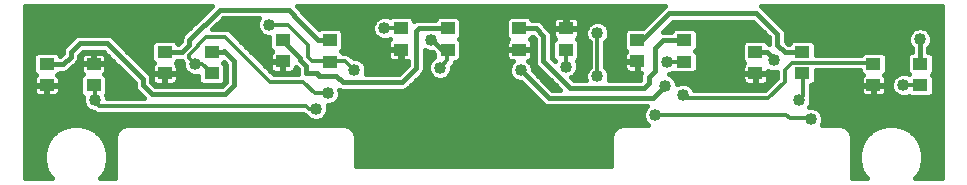
<source format=gbl>
G75*
%MOIN*%
%OFA0B0*%
%FSLAX25Y25*%
%IPPOS*%
%LPD*%
%AMOC8*
5,1,8,0,0,1.08239X$1,22.5*
%
%ADD10R,0.05000X0.03937*%
%ADD11C,0.01600*%
%ADD12C,0.04000*%
%ADD13C,0.04356*%
%ADD14C,0.01200*%
D10*
X0029300Y0037587D03*
X0013670Y0037627D03*
X0013670Y0044713D03*
X0029300Y0044713D03*
X0053040Y0041564D03*
X0068670Y0041524D03*
X0092410Y0045501D03*
X0108040Y0045461D03*
X0131780Y0049438D03*
X0147410Y0049398D03*
X0171150Y0049438D03*
X0186780Y0049398D03*
X0210520Y0052587D03*
X0226150Y0052587D03*
X0249891Y0048650D03*
X0265520Y0048650D03*
X0289261Y0044713D03*
X0304891Y0044713D03*
X0289261Y0037627D03*
X0304891Y0037587D03*
X0265520Y0041524D03*
X0249891Y0041564D03*
X0226150Y0045461D03*
X0210520Y0045501D03*
X0186780Y0056524D03*
X0171150Y0056524D03*
X0147410Y0056524D03*
X0131780Y0056524D03*
X0108040Y0052587D03*
X0092410Y0052587D03*
X0068670Y0048650D03*
X0053040Y0048650D03*
D11*
X0006600Y0063929D02*
X0006600Y0006600D01*
X0015325Y0006600D01*
X0014887Y0007038D01*
X0013478Y0009479D01*
X0012748Y0012202D01*
X0012748Y0015020D01*
X0013478Y0017743D01*
X0014887Y0020184D01*
X0016880Y0022178D01*
X0019321Y0023587D01*
X0022044Y0024317D01*
X0024863Y0024317D01*
X0027586Y0023587D01*
X0030027Y0022178D01*
X0032020Y0020184D01*
X0033429Y0017743D01*
X0034159Y0015020D01*
X0034159Y0012202D01*
X0033429Y0009479D01*
X0032020Y0007038D01*
X0031582Y0006600D01*
X0036370Y0006600D01*
X0036370Y0020471D01*
X0037101Y0022236D01*
X0038451Y0023586D01*
X0040215Y0024317D01*
X0112991Y0024317D01*
X0114755Y0023586D01*
X0116105Y0022236D01*
X0116836Y0020471D01*
X0116836Y0010537D01*
X0201724Y0010537D01*
X0201724Y0020471D01*
X0202455Y0022236D01*
X0203805Y0023586D01*
X0205570Y0024317D01*
X0214237Y0024317D01*
X0213208Y0025345D01*
X0212599Y0026815D01*
X0212599Y0028407D01*
X0213208Y0029877D01*
X0213827Y0030496D01*
X0180538Y0030496D01*
X0179509Y0030922D01*
X0171821Y0038611D01*
X0170985Y0038611D01*
X0169514Y0039220D01*
X0168389Y0040345D01*
X0167780Y0041815D01*
X0167780Y0043407D01*
X0168389Y0044877D01*
X0169182Y0045669D01*
X0168413Y0045669D01*
X0167956Y0045792D01*
X0167545Y0046029D01*
X0167210Y0046364D01*
X0166973Y0046775D01*
X0166850Y0047232D01*
X0166850Y0049254D01*
X0170966Y0049254D01*
X0170966Y0049622D01*
X0166850Y0049622D01*
X0166850Y0051643D01*
X0166973Y0052101D01*
X0167210Y0052512D01*
X0167538Y0052840D01*
X0166650Y0053727D01*
X0166650Y0059321D01*
X0167822Y0060493D01*
X0174479Y0060493D01*
X0175561Y0059411D01*
X0177337Y0059411D01*
X0178366Y0058985D01*
X0180866Y0056485D01*
X0181654Y0055697D01*
X0182080Y0054668D01*
X0182080Y0046771D01*
X0183205Y0045646D01*
X0183214Y0045667D01*
X0182280Y0046601D01*
X0182280Y0052195D01*
X0183191Y0053106D01*
X0183175Y0053116D01*
X0182840Y0053451D01*
X0182603Y0053861D01*
X0182480Y0054319D01*
X0182480Y0056340D01*
X0186596Y0056340D01*
X0186596Y0056709D01*
X0186596Y0060293D01*
X0184043Y0060293D01*
X0183586Y0060170D01*
X0183175Y0059933D01*
X0182840Y0059598D01*
X0182603Y0059188D01*
X0182480Y0058730D01*
X0182480Y0056709D01*
X0186596Y0056709D01*
X0186965Y0056709D01*
X0191080Y0056709D01*
X0191080Y0058730D01*
X0190958Y0059188D01*
X0190721Y0059598D01*
X0190386Y0059933D01*
X0189975Y0060170D01*
X0189517Y0060293D01*
X0186965Y0060293D01*
X0186965Y0056709D01*
X0186965Y0056340D01*
X0191080Y0056340D01*
X0191080Y0054319D01*
X0190958Y0053861D01*
X0190721Y0053451D01*
X0190386Y0053116D01*
X0190369Y0053106D01*
X0191280Y0052195D01*
X0191280Y0046601D01*
X0190346Y0045667D01*
X0190780Y0044619D01*
X0190780Y0043028D01*
X0190171Y0041558D01*
X0189046Y0040433D01*
X0188602Y0040249D01*
X0189440Y0039411D01*
X0193448Y0039411D01*
X0193280Y0039815D01*
X0193280Y0041407D01*
X0193889Y0042877D01*
X0194680Y0043668D01*
X0194680Y0051916D01*
X0193889Y0052707D01*
X0193280Y0054178D01*
X0193280Y0055769D01*
X0193889Y0057239D01*
X0195014Y0058364D01*
X0196485Y0058973D01*
X0198076Y0058973D01*
X0199546Y0058364D01*
X0200671Y0057239D01*
X0201280Y0055769D01*
X0201280Y0054178D01*
X0200671Y0052707D01*
X0199880Y0051916D01*
X0199880Y0043668D01*
X0200671Y0042877D01*
X0201280Y0041407D01*
X0201280Y0039815D01*
X0201113Y0039411D01*
X0211598Y0039411D01*
X0211598Y0040940D01*
X0211927Y0041732D01*
X0210705Y0041732D01*
X0210705Y0045316D01*
X0210336Y0045316D01*
X0210336Y0041732D01*
X0207783Y0041732D01*
X0207326Y0041855D01*
X0206915Y0042092D01*
X0206580Y0042427D01*
X0206343Y0042838D01*
X0206220Y0043295D01*
X0206220Y0045317D01*
X0210336Y0045317D01*
X0210336Y0045685D01*
X0206220Y0045685D01*
X0206220Y0047706D01*
X0206343Y0048164D01*
X0206580Y0048575D01*
X0206908Y0048903D01*
X0206020Y0049790D01*
X0206020Y0055384D01*
X0207192Y0056556D01*
X0212297Y0056556D01*
X0219670Y0063929D01*
X0097174Y0063929D01*
X0097866Y0063237D01*
X0098654Y0062449D01*
X0098832Y0062019D01*
X0104503Y0056348D01*
X0104712Y0056556D01*
X0111369Y0056556D01*
X0112540Y0055384D01*
X0112540Y0049790D01*
X0111774Y0049024D01*
X0112540Y0048258D01*
X0112540Y0048211D01*
X0113797Y0048211D01*
X0114753Y0047815D01*
X0115957Y0046611D01*
X0117076Y0046611D01*
X0118546Y0046002D01*
X0119671Y0044877D01*
X0120280Y0043407D01*
X0120280Y0041815D01*
X0120113Y0041411D01*
X0131121Y0041411D01*
X0134039Y0044330D01*
X0134039Y0045669D01*
X0131965Y0045669D01*
X0131965Y0049253D01*
X0131596Y0049253D01*
X0131596Y0045669D01*
X0129043Y0045669D01*
X0128586Y0045792D01*
X0128175Y0046029D01*
X0127840Y0046364D01*
X0127603Y0046775D01*
X0127480Y0047232D01*
X0127480Y0049254D01*
X0131596Y0049254D01*
X0131596Y0049622D01*
X0127480Y0049622D01*
X0127480Y0051643D01*
X0127603Y0052101D01*
X0127840Y0052512D01*
X0128168Y0052840D01*
X0128010Y0052998D01*
X0127076Y0052611D01*
X0125485Y0052611D01*
X0124014Y0053220D01*
X0122889Y0054345D01*
X0122280Y0055815D01*
X0122280Y0057407D01*
X0122889Y0058877D01*
X0124014Y0060002D01*
X0125485Y0060611D01*
X0127076Y0060611D01*
X0128132Y0060173D01*
X0128452Y0060493D01*
X0135109Y0060493D01*
X0136280Y0059321D01*
X0136280Y0059048D01*
X0137156Y0059411D01*
X0143000Y0059411D01*
X0144082Y0060493D01*
X0150739Y0060493D01*
X0151910Y0059321D01*
X0151910Y0053727D01*
X0151144Y0052961D01*
X0151910Y0052195D01*
X0151910Y0046601D01*
X0150739Y0045430D01*
X0149880Y0045430D01*
X0149880Y0045413D01*
X0149484Y0044457D01*
X0148780Y0043753D01*
X0148780Y0042634D01*
X0148171Y0041164D01*
X0147046Y0040039D01*
X0145576Y0039430D01*
X0143985Y0039430D01*
X0142514Y0040039D01*
X0141389Y0041164D01*
X0140780Y0042634D01*
X0140780Y0044226D01*
X0141389Y0045696D01*
X0142514Y0046821D01*
X0142910Y0046985D01*
X0142910Y0048021D01*
X0142321Y0048611D01*
X0141091Y0048611D01*
X0139639Y0049212D01*
X0139639Y0042613D01*
X0139213Y0041584D01*
X0138425Y0040796D01*
X0138425Y0040796D01*
X0134654Y0037025D01*
X0134654Y0037025D01*
X0133866Y0036237D01*
X0132837Y0035811D01*
X0111873Y0035811D01*
X0111174Y0036101D01*
X0111355Y0035663D01*
X0111355Y0034071D01*
X0110746Y0032601D01*
X0109621Y0031476D01*
X0108151Y0030867D01*
X0107346Y0030867D01*
X0107461Y0030588D01*
X0107461Y0028996D01*
X0106852Y0027526D01*
X0105727Y0026401D01*
X0104257Y0025792D01*
X0102666Y0025792D01*
X0101196Y0026401D01*
X0100279Y0027318D01*
X0099626Y0027588D01*
X0099203Y0028011D01*
X0030763Y0028011D01*
X0029808Y0028407D01*
X0029603Y0028611D01*
X0028985Y0028611D01*
X0027514Y0029220D01*
X0026389Y0030345D01*
X0025780Y0031815D01*
X0025780Y0033407D01*
X0025898Y0033692D01*
X0024800Y0034790D01*
X0024800Y0040384D01*
X0025711Y0041295D01*
X0025695Y0041305D01*
X0025360Y0041640D01*
X0025123Y0042050D01*
X0025000Y0042508D01*
X0025000Y0044529D01*
X0029116Y0044529D01*
X0029116Y0044898D01*
X0029116Y0048482D01*
X0026563Y0048482D01*
X0026105Y0048359D01*
X0025695Y0048122D01*
X0025360Y0047787D01*
X0025123Y0047377D01*
X0025000Y0046919D01*
X0025000Y0044898D01*
X0029116Y0044898D01*
X0029484Y0044898D01*
X0029484Y0048482D01*
X0032037Y0048482D01*
X0032495Y0048359D01*
X0032905Y0048122D01*
X0033240Y0047787D01*
X0033477Y0047377D01*
X0033600Y0046919D01*
X0033600Y0044898D01*
X0029484Y0044898D01*
X0029484Y0044529D01*
X0033600Y0044529D01*
X0033600Y0042508D01*
X0033477Y0042050D01*
X0033240Y0041640D01*
X0032905Y0041305D01*
X0032889Y0041295D01*
X0033800Y0040384D01*
X0033800Y0034790D01*
X0033381Y0034371D01*
X0033780Y0033407D01*
X0033780Y0033211D01*
X0046221Y0033211D01*
X0043407Y0036025D01*
X0042980Y0037054D01*
X0042980Y0038451D01*
X0032621Y0048811D01*
X0025940Y0048811D01*
X0024580Y0047451D01*
X0024580Y0046554D01*
X0024154Y0045525D01*
X0023366Y0044737D01*
X0020866Y0042237D01*
X0019837Y0041811D01*
X0018065Y0041811D01*
X0017282Y0041029D01*
X0017610Y0040700D01*
X0017847Y0040290D01*
X0017970Y0039832D01*
X0017970Y0037811D01*
X0013854Y0037811D01*
X0013854Y0037442D01*
X0013854Y0033858D01*
X0016407Y0033858D01*
X0016865Y0033981D01*
X0017275Y0034218D01*
X0017610Y0034553D01*
X0017847Y0034963D01*
X0017970Y0035421D01*
X0017970Y0037442D01*
X0013854Y0037442D01*
X0013486Y0037442D01*
X0013486Y0033858D01*
X0010933Y0033858D01*
X0010475Y0033981D01*
X0010065Y0034218D01*
X0009730Y0034553D01*
X0009493Y0034963D01*
X0009370Y0035421D01*
X0009370Y0037442D01*
X0013486Y0037442D01*
X0013486Y0037811D01*
X0009370Y0037811D01*
X0009370Y0039832D01*
X0009493Y0040290D01*
X0009730Y0040700D01*
X0010058Y0041029D01*
X0009170Y0041916D01*
X0009170Y0047510D01*
X0010342Y0048682D01*
X0016998Y0048682D01*
X0018170Y0047510D01*
X0018170Y0047461D01*
X0018980Y0048271D01*
X0018980Y0049168D01*
X0019407Y0050197D01*
X0022407Y0053197D01*
X0023194Y0053985D01*
X0024223Y0054411D01*
X0034337Y0054411D01*
X0035366Y0053985D01*
X0047366Y0041985D01*
X0048154Y0041197D01*
X0048580Y0040168D01*
X0048580Y0038771D01*
X0049940Y0037411D01*
X0072121Y0037411D01*
X0073480Y0038771D01*
X0073480Y0044451D01*
X0072624Y0045307D01*
X0072404Y0045087D01*
X0073170Y0044321D01*
X0073170Y0038727D01*
X0071998Y0037556D01*
X0065342Y0037556D01*
X0064170Y0038727D01*
X0064170Y0040619D01*
X0064076Y0040580D01*
X0062485Y0040580D01*
X0061014Y0041188D01*
X0059889Y0042314D01*
X0059280Y0043784D01*
X0059280Y0044903D01*
X0059076Y0045107D01*
X0058784Y0045811D01*
X0057498Y0045811D01*
X0056652Y0044966D01*
X0056981Y0044637D01*
X0057217Y0044227D01*
X0057340Y0043769D01*
X0057340Y0041748D01*
X0053224Y0041748D01*
X0053224Y0041380D01*
X0057340Y0041380D01*
X0057340Y0039358D01*
X0057217Y0038900D01*
X0056981Y0038490D01*
X0056645Y0038155D01*
X0056235Y0037918D01*
X0055777Y0037795D01*
X0053224Y0037795D01*
X0053224Y0041379D01*
X0052856Y0041379D01*
X0052856Y0037795D01*
X0050303Y0037795D01*
X0049845Y0037918D01*
X0049435Y0038155D01*
X0049100Y0038490D01*
X0048863Y0038900D01*
X0048740Y0039358D01*
X0048740Y0041380D01*
X0052856Y0041380D01*
X0052856Y0041748D01*
X0048740Y0041748D01*
X0048740Y0043769D01*
X0048863Y0044227D01*
X0049100Y0044637D01*
X0049428Y0044966D01*
X0048540Y0045853D01*
X0048540Y0051447D01*
X0049712Y0052619D01*
X0056369Y0052619D01*
X0057540Y0051447D01*
X0057540Y0051411D01*
X0057621Y0051411D01*
X0058480Y0052271D01*
X0058480Y0053168D01*
X0058907Y0054197D01*
X0068639Y0063929D01*
X0006600Y0063929D01*
X0006600Y0063165D02*
X0067874Y0063165D01*
X0071493Y0062824D02*
X0061280Y0052611D01*
X0061280Y0051111D01*
X0058780Y0048611D01*
X0053280Y0048611D01*
X0053040Y0048650D01*
X0048540Y0048778D02*
X0040573Y0048778D01*
X0042171Y0047180D02*
X0048540Y0047180D01*
X0048812Y0045581D02*
X0043770Y0045581D01*
X0045368Y0043983D02*
X0048797Y0043983D01*
X0048740Y0042384D02*
X0046967Y0042384D01*
X0048324Y0040786D02*
X0048740Y0040786D01*
X0048786Y0039187D02*
X0048580Y0039187D01*
X0045780Y0039611D02*
X0045780Y0037611D01*
X0048780Y0034611D01*
X0073280Y0034611D01*
X0076280Y0037611D01*
X0076280Y0045611D01*
X0072780Y0049111D01*
X0072280Y0048611D01*
X0068780Y0048611D01*
X0068670Y0048650D01*
X0058880Y0045581D02*
X0057268Y0045581D01*
X0057283Y0043983D02*
X0059280Y0043983D01*
X0059860Y0042384D02*
X0057340Y0042384D01*
X0057340Y0040786D02*
X0061987Y0040786D01*
X0064170Y0039187D02*
X0057294Y0039187D01*
X0053224Y0039187D02*
X0052856Y0039187D01*
X0052856Y0040786D02*
X0053224Y0040786D01*
X0045780Y0039611D02*
X0033780Y0051611D01*
X0024780Y0051611D01*
X0021780Y0048611D01*
X0021780Y0047111D01*
X0019280Y0044611D01*
X0013780Y0044611D01*
X0013670Y0044713D01*
X0009170Y0043983D02*
X0006600Y0043983D01*
X0006600Y0042384D02*
X0009170Y0042384D01*
X0009815Y0040786D02*
X0006600Y0040786D01*
X0006600Y0039187D02*
X0009370Y0039187D01*
X0006600Y0037589D02*
X0013486Y0037589D01*
X0013854Y0037589D02*
X0024800Y0037589D01*
X0024800Y0035990D02*
X0017970Y0035990D01*
X0013854Y0035990D02*
X0013486Y0035990D01*
X0013486Y0034392D02*
X0013854Y0034392D01*
X0017449Y0034392D02*
X0025199Y0034392D01*
X0025780Y0032793D02*
X0006600Y0032793D01*
X0006600Y0034392D02*
X0009891Y0034392D01*
X0009370Y0035990D02*
X0006600Y0035990D01*
X0017970Y0039187D02*
X0024800Y0039187D01*
X0025201Y0040786D02*
X0017525Y0040786D01*
X0021013Y0042384D02*
X0025033Y0042384D01*
X0025000Y0043983D02*
X0022612Y0043983D01*
X0024177Y0045581D02*
X0025000Y0045581D01*
X0029116Y0045581D02*
X0029484Y0045581D01*
X0029484Y0047180D02*
X0029116Y0047180D01*
X0025070Y0047180D02*
X0024580Y0047180D01*
X0025907Y0048778D02*
X0032653Y0048778D01*
X0033530Y0047180D02*
X0034252Y0047180D01*
X0033600Y0045581D02*
X0035850Y0045581D01*
X0037449Y0043983D02*
X0033600Y0043983D01*
X0033567Y0042384D02*
X0039047Y0042384D01*
X0040646Y0040786D02*
X0033399Y0040786D01*
X0033800Y0039187D02*
X0042244Y0039187D01*
X0042980Y0037589D02*
X0033800Y0037589D01*
X0033800Y0035990D02*
X0043441Y0035990D01*
X0045040Y0034392D02*
X0033401Y0034392D01*
X0026037Y0031195D02*
X0006600Y0031195D01*
X0006600Y0029596D02*
X0027138Y0029596D01*
X0006600Y0027998D02*
X0099217Y0027998D01*
X0101200Y0026399D02*
X0006600Y0026399D01*
X0006600Y0024801D02*
X0213753Y0024801D01*
X0212772Y0026399D02*
X0105722Y0026399D01*
X0107048Y0027998D02*
X0212599Y0027998D01*
X0213092Y0029596D02*
X0107461Y0029596D01*
X0108942Y0031195D02*
X0179237Y0031195D01*
X0177638Y0032793D02*
X0110826Y0032793D01*
X0111355Y0034392D02*
X0176040Y0034392D01*
X0174441Y0035990D02*
X0133270Y0035990D01*
X0135218Y0037589D02*
X0172843Y0037589D01*
X0180762Y0037589D02*
X0183343Y0037589D01*
X0182255Y0036096D02*
X0184835Y0036096D01*
X0176907Y0044025D01*
X0176480Y0045054D01*
X0176480Y0052951D01*
X0175650Y0053781D01*
X0175650Y0053727D01*
X0174763Y0052840D01*
X0175091Y0052512D01*
X0175328Y0052101D01*
X0175450Y0051643D01*
X0175450Y0049622D01*
X0171335Y0049622D01*
X0171335Y0049254D01*
X0175450Y0049254D01*
X0175450Y0047232D01*
X0175328Y0046775D01*
X0175091Y0046364D01*
X0174756Y0046029D01*
X0174345Y0045792D01*
X0174275Y0045773D01*
X0175171Y0044877D01*
X0175780Y0043407D01*
X0175780Y0042571D01*
X0182255Y0036096D01*
X0188280Y0036611D02*
X0212780Y0036611D01*
X0214398Y0038229D01*
X0214398Y0040383D01*
X0216367Y0042351D01*
X0216367Y0049831D01*
X0219146Y0052611D01*
X0225780Y0052611D01*
X0226150Y0052587D01*
X0230650Y0051975D02*
X0245919Y0051975D01*
X0245391Y0051447D02*
X0245391Y0045853D01*
X0246278Y0044966D01*
X0245950Y0044637D01*
X0245713Y0044227D01*
X0245591Y0043769D01*
X0245591Y0041748D01*
X0249706Y0041748D01*
X0249706Y0041380D01*
X0245591Y0041380D01*
X0245591Y0039358D01*
X0245713Y0038900D01*
X0245950Y0038490D01*
X0246285Y0038155D01*
X0246696Y0037918D01*
X0247154Y0037795D01*
X0249706Y0037795D01*
X0249706Y0041379D01*
X0250075Y0041379D01*
X0250075Y0037795D01*
X0252628Y0037795D01*
X0253085Y0037918D01*
X0253496Y0038155D01*
X0253831Y0038490D01*
X0254068Y0038900D01*
X0254191Y0039358D01*
X0254191Y0041380D01*
X0250075Y0041380D01*
X0250075Y0041748D01*
X0254191Y0041748D01*
X0254191Y0042378D01*
X0255272Y0041930D01*
X0256863Y0041930D01*
X0257074Y0042017D01*
X0257074Y0039885D01*
X0253085Y0035896D01*
X0229596Y0035896D01*
X0229278Y0036664D01*
X0228152Y0037789D01*
X0226682Y0038398D01*
X0225091Y0038398D01*
X0223887Y0037900D01*
X0223887Y0038269D01*
X0223278Y0039739D01*
X0222152Y0040864D01*
X0221241Y0041242D01*
X0222537Y0041778D01*
X0222822Y0041493D01*
X0229479Y0041493D01*
X0230650Y0042664D01*
X0230650Y0048258D01*
X0229884Y0049024D01*
X0230650Y0049790D01*
X0230650Y0055384D01*
X0229479Y0056556D01*
X0222822Y0056556D01*
X0221677Y0055411D01*
X0219072Y0055411D01*
X0222440Y0058780D01*
X0249121Y0058780D01*
X0254480Y0053420D01*
X0254480Y0051352D01*
X0254391Y0051389D01*
X0254391Y0051447D01*
X0253219Y0052619D01*
X0246562Y0052619D01*
X0245391Y0051447D01*
X0245391Y0050377D02*
X0230650Y0050377D01*
X0230130Y0048778D02*
X0245391Y0048778D01*
X0249891Y0048650D02*
X0250280Y0048611D01*
X0253780Y0048611D01*
X0256068Y0046324D01*
X0256068Y0045930D01*
X0245663Y0045581D02*
X0230650Y0045581D01*
X0230650Y0047180D02*
X0245391Y0047180D01*
X0257280Y0051111D02*
X0259780Y0048611D01*
X0265280Y0048611D01*
X0265520Y0048650D01*
X0270020Y0048778D02*
X0301992Y0048778D01*
X0301992Y0048682D02*
X0301562Y0048682D01*
X0300391Y0047510D01*
X0300391Y0041916D01*
X0301134Y0041173D01*
X0300076Y0041611D01*
X0298485Y0041611D01*
X0297014Y0041002D01*
X0295889Y0039877D01*
X0295280Y0038407D01*
X0295280Y0036815D01*
X0295889Y0035345D01*
X0297014Y0034220D01*
X0298485Y0033611D01*
X0300076Y0033611D01*
X0301132Y0034049D01*
X0301562Y0033619D01*
X0308219Y0033619D01*
X0309391Y0034790D01*
X0309391Y0040384D01*
X0308624Y0041150D01*
X0309391Y0041916D01*
X0309391Y0047510D01*
X0308219Y0048682D01*
X0307592Y0048682D01*
X0307592Y0050022D01*
X0308183Y0050613D01*
X0308792Y0052083D01*
X0308792Y0053674D01*
X0308183Y0055145D01*
X0307058Y0056270D01*
X0305588Y0056879D01*
X0303996Y0056879D01*
X0302526Y0056270D01*
X0301401Y0055145D01*
X0300792Y0053674D01*
X0300792Y0052083D01*
X0301401Y0050613D01*
X0301992Y0050022D01*
X0301992Y0048682D01*
X0301637Y0050377D02*
X0270020Y0050377D01*
X0270020Y0051447D02*
X0268849Y0052619D01*
X0262192Y0052619D01*
X0261020Y0051447D01*
X0261020Y0051411D01*
X0260940Y0051411D01*
X0260080Y0052271D01*
X0260080Y0055136D01*
X0259654Y0056166D01*
X0258866Y0056953D01*
X0251890Y0063929D01*
X0311961Y0063929D01*
X0311961Y0006600D01*
X0303236Y0006600D01*
X0303674Y0007038D01*
X0305083Y0009479D01*
X0305813Y0012202D01*
X0305813Y0015020D01*
X0305083Y0017743D01*
X0303674Y0020184D01*
X0301680Y0022178D01*
X0299239Y0023587D01*
X0296516Y0024317D01*
X0293698Y0024317D01*
X0290975Y0023587D01*
X0288534Y0022178D01*
X0286541Y0020184D01*
X0285131Y0017743D01*
X0284402Y0015020D01*
X0284402Y0012202D01*
X0285131Y0009479D01*
X0286541Y0007038D01*
X0286978Y0006600D01*
X0282191Y0006600D01*
X0282191Y0020471D01*
X0281460Y0022236D01*
X0280110Y0023586D01*
X0278345Y0024317D01*
X0271958Y0024317D01*
X0272473Y0025559D01*
X0272473Y0027151D01*
X0271864Y0028621D01*
X0270739Y0029746D01*
X0269269Y0030355D01*
X0267914Y0030355D01*
X0268010Y0030452D01*
X0268619Y0031922D01*
X0268619Y0033513D01*
X0268380Y0034089D01*
X0268380Y0037556D01*
X0268849Y0037556D01*
X0270020Y0038727D01*
X0270020Y0042507D01*
X0284761Y0042507D01*
X0284761Y0041916D01*
X0285648Y0041029D01*
X0285320Y0040700D01*
X0285083Y0040290D01*
X0284961Y0039832D01*
X0284961Y0037811D01*
X0289076Y0037811D01*
X0289076Y0037442D01*
X0289445Y0037442D01*
X0289445Y0033858D01*
X0291998Y0033858D01*
X0292455Y0033981D01*
X0292866Y0034218D01*
X0293201Y0034553D01*
X0293438Y0034963D01*
X0293561Y0035421D01*
X0293561Y0037442D01*
X0289445Y0037442D01*
X0289445Y0037811D01*
X0293561Y0037811D01*
X0293561Y0039832D01*
X0293438Y0040290D01*
X0293201Y0040700D01*
X0292873Y0041029D01*
X0293761Y0041916D01*
X0293761Y0047510D01*
X0292589Y0048682D01*
X0285932Y0048682D01*
X0284957Y0047707D01*
X0270020Y0047707D01*
X0270020Y0051447D01*
X0269492Y0051975D02*
X0300837Y0051975D01*
X0304792Y0052879D02*
X0304792Y0044812D01*
X0304891Y0044713D01*
X0304780Y0044611D01*
X0300391Y0043983D02*
X0293761Y0043983D01*
X0293761Y0042384D02*
X0300391Y0042384D01*
X0296798Y0040786D02*
X0293116Y0040786D01*
X0293561Y0039187D02*
X0295604Y0039187D01*
X0295280Y0037589D02*
X0289445Y0037589D01*
X0289076Y0037589D02*
X0268882Y0037589D01*
X0268380Y0035990D02*
X0284961Y0035990D01*
X0284961Y0035421D02*
X0285083Y0034963D01*
X0285320Y0034553D01*
X0285655Y0034218D01*
X0286066Y0033981D01*
X0286524Y0033858D01*
X0289076Y0033858D01*
X0289076Y0037442D01*
X0284961Y0037442D01*
X0284961Y0035421D01*
X0285482Y0034392D02*
X0268380Y0034392D01*
X0268619Y0032793D02*
X0311961Y0032793D01*
X0311961Y0034392D02*
X0308992Y0034392D01*
X0309391Y0035990D02*
X0311961Y0035990D01*
X0311961Y0037589D02*
X0309391Y0037589D01*
X0309391Y0039187D02*
X0311961Y0039187D01*
X0311961Y0040786D02*
X0308989Y0040786D01*
X0309391Y0042384D02*
X0311961Y0042384D01*
X0311961Y0043983D02*
X0309391Y0043983D01*
X0309391Y0045581D02*
X0311961Y0045581D01*
X0311961Y0047180D02*
X0309391Y0047180D01*
X0307592Y0048778D02*
X0311961Y0048778D01*
X0311961Y0050377D02*
X0307947Y0050377D01*
X0308747Y0051975D02*
X0311961Y0051975D01*
X0311961Y0053574D02*
X0308792Y0053574D01*
X0308155Y0055172D02*
X0311961Y0055172D01*
X0311961Y0056771D02*
X0305848Y0056771D01*
X0303736Y0056771D02*
X0259049Y0056771D01*
X0260065Y0055172D02*
X0301429Y0055172D01*
X0300792Y0053574D02*
X0260080Y0053574D01*
X0257280Y0054580D02*
X0257280Y0051111D01*
X0254480Y0051975D02*
X0253863Y0051975D01*
X0260376Y0051975D02*
X0261548Y0051975D01*
X0254326Y0053574D02*
X0230650Y0053574D01*
X0230650Y0055172D02*
X0252728Y0055172D01*
X0251129Y0056771D02*
X0220431Y0056771D01*
X0212512Y0056771D02*
X0200865Y0056771D01*
X0201280Y0055172D02*
X0206020Y0055172D01*
X0206020Y0053574D02*
X0201030Y0053574D01*
X0199939Y0051975D02*
X0206020Y0051975D01*
X0210520Y0052587D02*
X0212288Y0052587D01*
X0221280Y0061580D01*
X0250280Y0061580D01*
X0257280Y0054580D01*
X0257450Y0058369D02*
X0311961Y0058369D01*
X0311961Y0059968D02*
X0255852Y0059968D01*
X0254253Y0061566D02*
X0311961Y0061566D01*
X0311961Y0063165D02*
X0252655Y0063165D01*
X0249531Y0058369D02*
X0222030Y0058369D01*
X0215709Y0059968D02*
X0190326Y0059968D01*
X0186965Y0059968D02*
X0186596Y0059968D01*
X0183235Y0059968D02*
X0175004Y0059968D01*
X0178982Y0058369D02*
X0182480Y0058369D01*
X0186596Y0058369D02*
X0186965Y0058369D01*
X0191080Y0058369D02*
X0195027Y0058369D01*
X0199534Y0058369D02*
X0214110Y0058369D01*
X0217307Y0061566D02*
X0099285Y0061566D01*
X0096280Y0060863D02*
X0096280Y0060611D01*
X0104280Y0052611D01*
X0107780Y0052611D01*
X0108040Y0052587D01*
X0112540Y0051975D02*
X0127569Y0051975D01*
X0123661Y0053574D02*
X0112540Y0053574D01*
X0112540Y0055172D02*
X0122547Y0055172D01*
X0122280Y0056771D02*
X0104080Y0056771D01*
X0102482Y0058369D02*
X0122679Y0058369D01*
X0123980Y0059968D02*
X0100883Y0059968D01*
X0096280Y0060863D02*
X0094320Y0062824D01*
X0071493Y0062824D01*
X0066276Y0061566D02*
X0006600Y0061566D01*
X0006600Y0059968D02*
X0064677Y0059968D01*
X0063079Y0058369D02*
X0006600Y0058369D01*
X0006600Y0056771D02*
X0061480Y0056771D01*
X0059882Y0055172D02*
X0006600Y0055172D01*
X0006600Y0053574D02*
X0022783Y0053574D01*
X0021185Y0051975D02*
X0006600Y0051975D01*
X0006600Y0050377D02*
X0019586Y0050377D01*
X0018980Y0048778D02*
X0006600Y0048778D01*
X0006600Y0047180D02*
X0009170Y0047180D01*
X0009170Y0045581D02*
X0006600Y0045581D01*
X0037376Y0051975D02*
X0049068Y0051975D01*
X0048540Y0050377D02*
X0038974Y0050377D01*
X0035777Y0053574D02*
X0058648Y0053574D01*
X0058185Y0051975D02*
X0057012Y0051975D01*
X0073766Y0056243D02*
X0074722Y0055847D01*
X0089357Y0041211D01*
X0097480Y0041211D01*
X0097480Y0042951D01*
X0096710Y0043721D01*
X0096710Y0043295D01*
X0096588Y0042838D01*
X0096351Y0042427D01*
X0096015Y0042092D01*
X0095605Y0041855D01*
X0095147Y0041732D01*
X0092594Y0041732D01*
X0092594Y0045316D01*
X0092226Y0045316D01*
X0092226Y0041732D01*
X0089673Y0041732D01*
X0089215Y0041855D01*
X0088805Y0042092D01*
X0088470Y0042427D01*
X0088233Y0042838D01*
X0088110Y0043295D01*
X0088110Y0045317D01*
X0092226Y0045317D01*
X0092226Y0045685D01*
X0088110Y0045685D01*
X0088110Y0047706D01*
X0088233Y0048164D01*
X0088470Y0048575D01*
X0088798Y0048903D01*
X0087910Y0049790D01*
X0087910Y0053792D01*
X0086985Y0053792D01*
X0085514Y0054401D01*
X0084389Y0055526D01*
X0083780Y0056996D01*
X0083780Y0058588D01*
X0084375Y0060024D01*
X0072653Y0060024D01*
X0068872Y0056243D01*
X0073766Y0056243D01*
X0069400Y0056771D02*
X0083874Y0056771D01*
X0084743Y0055172D02*
X0075396Y0055172D01*
X0076994Y0053574D02*
X0087910Y0053574D01*
X0087910Y0051975D02*
X0078593Y0051975D01*
X0080191Y0050377D02*
X0087910Y0050377D01*
X0088674Y0048778D02*
X0081790Y0048778D01*
X0083389Y0047180D02*
X0088110Y0047180D01*
X0084987Y0045581D02*
X0092226Y0045581D01*
X0098280Y0046111D02*
X0100280Y0044111D01*
X0100280Y0041611D01*
X0103721Y0041611D01*
X0104556Y0040776D01*
X0110265Y0040776D01*
X0112430Y0038611D01*
X0132280Y0038611D01*
X0136839Y0043170D01*
X0136839Y0055737D01*
X0137713Y0056611D01*
X0147280Y0056611D01*
X0147410Y0056524D01*
X0151910Y0056771D02*
X0166650Y0056771D01*
X0171150Y0056524D02*
X0171280Y0056611D01*
X0176780Y0056611D01*
X0179280Y0054111D01*
X0179280Y0045611D01*
X0188280Y0036611D01*
X0181744Y0039187D02*
X0179164Y0039187D01*
X0180146Y0040786D02*
X0177565Y0040786D01*
X0178547Y0042384D02*
X0175967Y0042384D01*
X0171780Y0042611D02*
X0181095Y0033296D01*
X0215709Y0033296D01*
X0219887Y0037473D01*
X0223506Y0039187D02*
X0245636Y0039187D01*
X0249706Y0039187D02*
X0250075Y0039187D01*
X0250075Y0040786D02*
X0249706Y0040786D01*
X0245591Y0040786D02*
X0222231Y0040786D01*
X0230370Y0042384D02*
X0245591Y0042384D01*
X0245648Y0043983D02*
X0230650Y0043983D01*
X0211598Y0040786D02*
X0201280Y0040786D01*
X0200875Y0042384D02*
X0206623Y0042384D01*
X0210336Y0042384D02*
X0210705Y0042384D01*
X0210705Y0043983D02*
X0210336Y0043983D01*
X0206220Y0043983D02*
X0199880Y0043983D01*
X0194680Y0043983D02*
X0190780Y0043983D01*
X0190514Y0042384D02*
X0193685Y0042384D01*
X0193280Y0040786D02*
X0189399Y0040786D01*
X0176949Y0043983D02*
X0175542Y0043983D01*
X0176480Y0045581D02*
X0174467Y0045581D01*
X0169094Y0045581D02*
X0150890Y0045581D01*
X0151910Y0047180D02*
X0166864Y0047180D01*
X0166850Y0048778D02*
X0151910Y0048778D01*
X0151910Y0050377D02*
X0166850Y0050377D01*
X0166939Y0051975D02*
X0151910Y0051975D01*
X0151757Y0053574D02*
X0166804Y0053574D01*
X0166650Y0055172D02*
X0151910Y0055172D01*
X0145280Y0049611D02*
X0142280Y0052611D01*
X0141887Y0052611D01*
X0145280Y0049611D02*
X0146780Y0049611D01*
X0147410Y0049398D01*
X0147280Y0049111D01*
X0140687Y0048778D02*
X0139639Y0048778D01*
X0139639Y0047180D02*
X0142910Y0047180D01*
X0141342Y0045581D02*
X0139639Y0045581D01*
X0134039Y0045581D02*
X0118967Y0045581D01*
X0115389Y0047180D02*
X0127494Y0047180D01*
X0131596Y0047180D02*
X0131965Y0047180D01*
X0131965Y0048778D02*
X0131596Y0048778D01*
X0127480Y0048778D02*
X0112020Y0048778D01*
X0112540Y0050377D02*
X0127480Y0050377D01*
X0133692Y0043983D02*
X0120042Y0043983D01*
X0120280Y0042384D02*
X0132094Y0042384D01*
X0138415Y0040786D02*
X0141768Y0040786D01*
X0147793Y0040786D02*
X0168207Y0040786D01*
X0167780Y0042384D02*
X0148677Y0042384D01*
X0149010Y0043983D02*
X0168019Y0043983D01*
X0175436Y0047180D02*
X0176480Y0047180D01*
X0176480Y0048778D02*
X0175450Y0048778D01*
X0175450Y0050377D02*
X0176480Y0050377D01*
X0182080Y0050377D02*
X0182280Y0050377D01*
X0182280Y0048778D02*
X0182080Y0048778D01*
X0182080Y0047180D02*
X0182280Y0047180D01*
X0190382Y0045581D02*
X0194680Y0045581D01*
X0199880Y0045581D02*
X0210336Y0045581D01*
X0206220Y0047180D02*
X0199880Y0047180D01*
X0194680Y0047180D02*
X0191280Y0047180D01*
X0191280Y0048778D02*
X0194680Y0048778D01*
X0199880Y0048778D02*
X0206784Y0048778D01*
X0206020Y0050377D02*
X0199880Y0050377D01*
X0194680Y0050377D02*
X0191280Y0050377D01*
X0191280Y0051975D02*
X0194621Y0051975D01*
X0193530Y0053574D02*
X0190792Y0053574D01*
X0191080Y0055172D02*
X0193280Y0055172D01*
X0193695Y0056771D02*
X0191080Y0056771D01*
X0186965Y0056771D02*
X0186596Y0056771D01*
X0182480Y0056771D02*
X0180580Y0056771D01*
X0181871Y0055172D02*
X0182480Y0055172D01*
X0182769Y0053574D02*
X0182080Y0053574D01*
X0182080Y0051975D02*
X0182280Y0051975D01*
X0176480Y0051975D02*
X0175361Y0051975D01*
X0175497Y0053574D02*
X0175858Y0053574D01*
X0166650Y0058369D02*
X0151910Y0058369D01*
X0151264Y0059968D02*
X0167297Y0059968D01*
X0143557Y0059968D02*
X0135634Y0059968D01*
X0097938Y0063165D02*
X0218906Y0063165D01*
X0210780Y0052611D02*
X0210520Y0052587D01*
X0254191Y0040786D02*
X0257074Y0040786D01*
X0256376Y0039187D02*
X0254145Y0039187D01*
X0254778Y0037589D02*
X0228353Y0037589D01*
X0229557Y0035990D02*
X0253179Y0035990D01*
X0270020Y0039187D02*
X0284961Y0039187D01*
X0285405Y0040786D02*
X0270020Y0040786D01*
X0270020Y0042384D02*
X0284761Y0042384D01*
X0293761Y0045581D02*
X0300391Y0045581D01*
X0300391Y0047180D02*
X0293761Y0047180D01*
X0293561Y0035990D02*
X0295622Y0035990D01*
X0296843Y0034392D02*
X0293040Y0034392D01*
X0289445Y0034392D02*
X0289076Y0034392D01*
X0289076Y0035990D02*
X0289445Y0035990D01*
X0268318Y0031195D02*
X0311961Y0031195D01*
X0311961Y0029596D02*
X0270889Y0029596D01*
X0272122Y0027998D02*
X0311961Y0027998D01*
X0311961Y0026399D02*
X0272473Y0026399D01*
X0272159Y0024801D02*
X0311961Y0024801D01*
X0311961Y0023202D02*
X0299906Y0023202D01*
X0302254Y0021604D02*
X0311961Y0021604D01*
X0311961Y0020005D02*
X0303777Y0020005D01*
X0304700Y0018407D02*
X0311961Y0018407D01*
X0311961Y0016808D02*
X0305334Y0016808D01*
X0305762Y0015210D02*
X0311961Y0015210D01*
X0311961Y0013611D02*
X0305813Y0013611D01*
X0305762Y0012013D02*
X0311961Y0012013D01*
X0311961Y0010414D02*
X0305334Y0010414D01*
X0304700Y0008815D02*
X0311961Y0008815D01*
X0311961Y0007217D02*
X0303777Y0007217D01*
X0286437Y0007217D02*
X0282191Y0007217D01*
X0282191Y0008815D02*
X0285514Y0008815D01*
X0284881Y0010414D02*
X0282191Y0010414D01*
X0282191Y0012013D02*
X0284452Y0012013D01*
X0284402Y0013611D02*
X0282191Y0013611D01*
X0282191Y0015210D02*
X0284452Y0015210D01*
X0284881Y0016808D02*
X0282191Y0016808D01*
X0282191Y0018407D02*
X0285514Y0018407D01*
X0286437Y0020005D02*
X0282191Y0020005D01*
X0281722Y0021604D02*
X0287960Y0021604D01*
X0290308Y0023202D02*
X0280493Y0023202D01*
X0203422Y0023202D02*
X0115139Y0023202D01*
X0116367Y0021604D02*
X0202193Y0021604D01*
X0201724Y0020005D02*
X0116836Y0020005D01*
X0116836Y0018407D02*
X0201724Y0018407D01*
X0201724Y0016808D02*
X0116836Y0016808D01*
X0116836Y0015210D02*
X0201724Y0015210D01*
X0201724Y0013611D02*
X0116836Y0013611D01*
X0116836Y0012013D02*
X0201724Y0012013D01*
X0111440Y0035990D02*
X0111219Y0035990D01*
X0136816Y0039187D02*
X0169594Y0039187D01*
X0140884Y0042384D02*
X0139545Y0042384D01*
X0139639Y0043983D02*
X0140780Y0043983D01*
X0098280Y0046111D02*
X0098280Y0046611D01*
X0092780Y0052111D01*
X0092410Y0052587D01*
X0083780Y0058369D02*
X0070998Y0058369D01*
X0072597Y0059968D02*
X0084352Y0059968D01*
X0086586Y0043983D02*
X0088110Y0043983D01*
X0092226Y0043983D02*
X0092594Y0043983D01*
X0092594Y0042384D02*
X0092226Y0042384D01*
X0088513Y0042384D02*
X0088184Y0042384D01*
X0096308Y0042384D02*
X0097480Y0042384D01*
X0073480Y0042384D02*
X0073170Y0042384D01*
X0073170Y0040786D02*
X0073480Y0040786D01*
X0073480Y0039187D02*
X0073170Y0039187D01*
X0072298Y0037589D02*
X0072031Y0037589D01*
X0065309Y0037589D02*
X0049762Y0037589D01*
X0073170Y0043983D02*
X0073480Y0043983D01*
X0038067Y0023202D02*
X0028252Y0023202D01*
X0030601Y0021604D02*
X0036839Y0021604D01*
X0036370Y0020005D02*
X0032124Y0020005D01*
X0033046Y0018407D02*
X0036370Y0018407D01*
X0036370Y0016808D02*
X0033680Y0016808D01*
X0034108Y0015210D02*
X0036370Y0015210D01*
X0036370Y0013611D02*
X0034159Y0013611D01*
X0034108Y0012013D02*
X0036370Y0012013D01*
X0036370Y0010414D02*
X0033680Y0010414D01*
X0033046Y0008815D02*
X0036370Y0008815D01*
X0036370Y0007217D02*
X0032124Y0007217D01*
X0014783Y0007217D02*
X0006600Y0007217D01*
X0006600Y0008815D02*
X0013861Y0008815D01*
X0013227Y0010414D02*
X0006600Y0010414D01*
X0006600Y0012013D02*
X0012799Y0012013D01*
X0012748Y0013611D02*
X0006600Y0013611D01*
X0006600Y0015210D02*
X0012799Y0015210D01*
X0013227Y0016808D02*
X0006600Y0016808D01*
X0006600Y0018407D02*
X0013861Y0018407D01*
X0014783Y0020005D02*
X0006600Y0020005D01*
X0006600Y0021604D02*
X0016306Y0021604D01*
X0018655Y0023202D02*
X0006600Y0023202D01*
D12*
X0029780Y0032611D03*
X0063280Y0044580D03*
X0107355Y0034867D03*
X0103461Y0029792D03*
X0157312Y0037233D03*
X0171780Y0042611D03*
X0186780Y0043824D03*
X0197280Y0040611D03*
X0219887Y0037473D03*
X0225887Y0034398D03*
X0216599Y0027611D03*
X0196682Y0027391D03*
X0167780Y0014706D03*
X0264619Y0032717D03*
X0268473Y0026355D03*
X0295107Y0029359D03*
X0299280Y0037611D03*
X0256068Y0045930D03*
X0241957Y0052981D03*
X0220387Y0045217D03*
X0197280Y0054973D03*
X0159280Y0052981D03*
X0141887Y0052611D03*
X0126280Y0056611D03*
X0087780Y0057792D03*
X0078572Y0056918D03*
X0038808Y0058099D03*
X0116280Y0042611D03*
X0144780Y0043430D03*
X0304792Y0052879D03*
D13*
X0117942Y0052981D03*
D14*
X0126280Y0056611D02*
X0131780Y0056611D01*
X0131780Y0056524D01*
X0100780Y0051111D02*
X0094099Y0057792D01*
X0087780Y0057792D01*
X0073249Y0053643D02*
X0066812Y0053643D01*
X0064280Y0051111D01*
X0064280Y0050611D01*
X0061280Y0047611D01*
X0061280Y0046580D01*
X0063280Y0044580D01*
X0065615Y0044580D01*
X0068670Y0041524D01*
X0068280Y0041611D01*
X0073249Y0053643D02*
X0088280Y0038611D01*
X0099280Y0038611D01*
X0099280Y0038572D01*
X0102981Y0034871D01*
X0107351Y0034871D01*
X0107355Y0034867D01*
X0101099Y0029792D02*
X0100280Y0030611D01*
X0031280Y0030611D01*
X0029780Y0032111D01*
X0029780Y0032611D01*
X0029780Y0037111D01*
X0029300Y0037587D01*
X0100780Y0047111D02*
X0102280Y0045611D01*
X0107780Y0045611D01*
X0108040Y0045461D01*
X0108280Y0045611D01*
X0113280Y0045611D01*
X0116280Y0042611D01*
X0100780Y0047111D02*
X0100780Y0051111D01*
X0144780Y0043430D02*
X0147280Y0045930D01*
X0147280Y0049111D01*
X0186780Y0049398D02*
X0186780Y0043824D01*
X0197280Y0040611D02*
X0197280Y0054973D01*
X0220631Y0045461D02*
X0226150Y0045461D01*
X0225780Y0045611D01*
X0220631Y0045461D02*
X0220602Y0045459D01*
X0220573Y0045454D01*
X0220544Y0045445D01*
X0220518Y0045433D01*
X0220492Y0045418D01*
X0220469Y0045400D01*
X0220448Y0045379D01*
X0220430Y0045356D01*
X0220415Y0045330D01*
X0220403Y0045304D01*
X0220394Y0045275D01*
X0220389Y0045246D01*
X0220387Y0045217D01*
X0254162Y0033296D02*
X0259674Y0038808D01*
X0259674Y0042745D01*
X0262036Y0045107D01*
X0288867Y0045107D01*
X0289261Y0044713D01*
X0288780Y0044611D01*
X0265780Y0041111D02*
X0265780Y0033879D01*
X0264619Y0032717D01*
X0254162Y0033296D02*
X0226989Y0033296D01*
X0225887Y0034398D01*
X0226288Y0034398D01*
X0226997Y0033690D01*
X0227391Y0033690D01*
X0216599Y0027611D02*
X0260280Y0027611D01*
X0261387Y0026505D01*
X0268324Y0026505D01*
X0268473Y0026355D01*
X0299280Y0037611D02*
X0304780Y0037611D01*
X0304891Y0037587D01*
X0265780Y0041111D02*
X0265520Y0041524D01*
X0103461Y0029792D02*
X0101099Y0029792D01*
M02*

</source>
